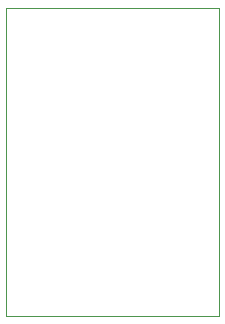
<source format=gbr>
G04 #@! TF.GenerationSoftware,KiCad,Pcbnew,6.0.10+dfsg-1~bpo11+1*
G04 #@! TF.ProjectId,mag,6d61672e-6b69-4636-9164-5f7063625858,rev?*
G04 #@! TF.SameCoordinates,Original*
G04 #@! TF.FileFunction,Paste,Bot*
G04 #@! TF.FilePolarity,Positive*
%FSLAX46Y46*%
G04 Gerber Fmt 4.6, Leading zero omitted, Abs format (unit mm)*
%MOMM*%
%LPD*%
G01*
G04 APERTURE LIST*
G04 #@! TA.AperFunction,Profile*
%ADD10C,0.120000*%
G04 #@! TD*
G04 APERTURE END LIST*
D10*
X126500000Y-100000000D02*
X144500000Y-100000000D01*
X144500000Y-100000000D02*
X144500000Y-126000000D01*
X144500000Y-126000000D02*
X126500000Y-126000000D01*
X126500000Y-126000000D02*
X126500000Y-100000000D01*
M02*

</source>
